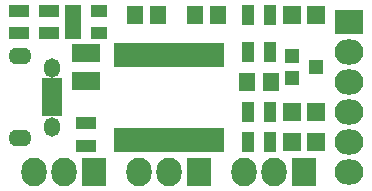
<source format=gts>
G04 #@! TF.FileFunction,Soldermask,Top*
%FSLAX46Y46*%
G04 Gerber Fmt 4.6, Leading zero omitted, Abs format (unit mm)*
G04 Created by KiCad (PCBNEW 4.0.0-stable) date Sunday, July 24, 2016 'PMt' 12:32:08 PM*
%MOMM*%
G01*
G04 APERTURE LIST*
%ADD10C,0.100000*%
%ADD11R,1.400000X1.650000*%
%ADD12R,1.598880X1.598880*%
%ADD13R,2.429460X1.540460*%
%ADD14R,1.750000X0.800000*%
%ADD15O,1.350000X1.650000*%
%ADD16O,1.950000X1.400000*%
%ADD17R,2.127200X2.432000*%
%ADD18O,2.127200X2.432000*%
%ADD19R,2.432000X2.127200*%
%ADD20O,2.432000X2.127200*%
%ADD21R,1.200100X1.200100*%
%ADD22R,1.700000X1.100000*%
%ADD23R,1.100000X1.700000*%
%ADD24R,1.460000X1.050000*%
%ADD25R,0.850000X2.150000*%
G04 APERTURE END LIST*
D10*
D11*
X20590000Y9525000D03*
X22590000Y9525000D03*
D12*
X26449020Y6985000D03*
X24350980Y6985000D03*
X26449020Y4445000D03*
X24350980Y4445000D03*
D13*
X6985000Y9591040D03*
X6985000Y11998960D03*
D14*
X4102540Y9555900D03*
X4102540Y8905900D03*
X4102540Y8255900D03*
X4102540Y7605900D03*
X4102540Y6955900D03*
D15*
X4102540Y10755900D03*
X4102540Y5755900D03*
D16*
X1402540Y11755900D03*
X1402540Y4755900D03*
D17*
X16510000Y1905000D03*
D18*
X13970000Y1905000D03*
X11430000Y1905000D03*
D17*
X7620000Y1905000D03*
D18*
X5080000Y1905000D03*
X2540000Y1905000D03*
D19*
X29210000Y14605000D03*
D20*
X29210000Y12065000D03*
X29210000Y9525000D03*
X29210000Y6985000D03*
X29210000Y4445000D03*
X29210000Y1905000D03*
D17*
X25400000Y1905000D03*
D18*
X22860000Y1905000D03*
X20320000Y1905000D03*
D21*
X24399240Y11745000D03*
X24399240Y9845000D03*
X26398220Y10795000D03*
D22*
X3810000Y13655000D03*
X3810000Y15555000D03*
X6985000Y4130000D03*
X6985000Y6030000D03*
X1270000Y13655000D03*
X1270000Y15555000D03*
D23*
X20640000Y12065000D03*
X22540000Y12065000D03*
X20640000Y6985000D03*
X22540000Y6985000D03*
X20640000Y4445000D03*
X22540000Y4445000D03*
D24*
X5885000Y15555000D03*
X5885000Y14605000D03*
X5885000Y13655000D03*
X8085000Y13655000D03*
X8085000Y15555000D03*
D25*
X18195000Y11855000D03*
X17545000Y11855000D03*
X16895000Y11855000D03*
X16245000Y11855000D03*
X15595000Y11855000D03*
X14945000Y11855000D03*
X14295000Y11855000D03*
X13645000Y11855000D03*
X12995000Y11855000D03*
X12345000Y11855000D03*
X11695000Y11855000D03*
X11045000Y11855000D03*
X10395000Y11855000D03*
X9745000Y11855000D03*
X9745000Y4655000D03*
X10395000Y4655000D03*
X11045000Y4655000D03*
X11695000Y4655000D03*
X12345000Y4655000D03*
X12995000Y4655000D03*
X13645000Y4655000D03*
X14295000Y4655000D03*
X14945000Y4655000D03*
X15595000Y4655000D03*
X16245000Y4655000D03*
X16895000Y4655000D03*
X17545000Y4655000D03*
X18195000Y4655000D03*
D11*
X11065000Y15240000D03*
X13065000Y15240000D03*
D12*
X26449020Y15240000D03*
X24350980Y15240000D03*
D23*
X20640000Y15240000D03*
X22540000Y15240000D03*
D11*
X18145000Y15240000D03*
X16145000Y15240000D03*
M02*

</source>
